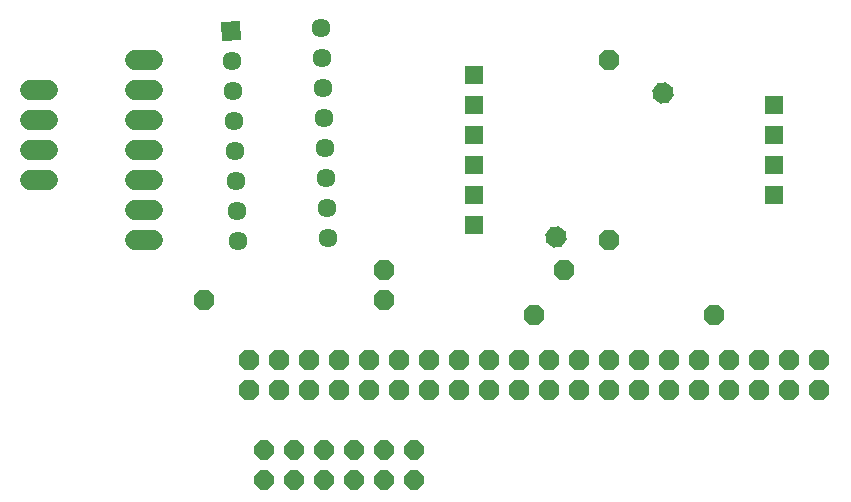
<source format=gbr>
G04 EAGLE Gerber RS-274X export*
G75*
%MOMM*%
%FSLAX34Y34*%
%LPD*%
%INSoldermask Bottom*%
%IPPOS*%
%AMOC8*
5,1,8,0,0,1.08239X$1,22.5*%
G01*
%ADD10C,1.727200*%
%ADD11P,1.759533X8X22.500000*%
%ADD12P,1.869504X8X202.500000*%
%ADD13P,1.869504X8X22.500000*%
%ADD14R,1.611200X1.611200*%
%ADD15R,1.611200X1.611200*%
%ADD16C,1.611200*%
%ADD17P,1.869504X8X75.700000*%
%ADD18P,1.869504X8X112.500000*%


D10*
X83820Y304800D02*
X68580Y304800D01*
X68580Y330200D02*
X83820Y330200D01*
X83820Y355600D02*
X68580Y355600D01*
X68580Y381000D02*
X83820Y381000D01*
X157480Y406400D02*
X172720Y406400D01*
X172720Y381000D02*
X157480Y381000D01*
X157480Y355600D02*
X172720Y355600D01*
X172720Y330200D02*
X157480Y330200D01*
X157480Y304800D02*
X172720Y304800D01*
X172720Y279400D02*
X157480Y279400D01*
X157480Y254000D02*
X172720Y254000D01*
D11*
X266700Y50800D03*
X266700Y76200D03*
X292100Y50800D03*
X292100Y76200D03*
X317500Y50800D03*
X317500Y76200D03*
X342900Y50800D03*
X342900Y76200D03*
X368300Y50800D03*
X368300Y76200D03*
X393700Y50800D03*
X393700Y76200D03*
D12*
X736600Y152400D03*
X736600Y127000D03*
X711200Y152400D03*
X711200Y127000D03*
X685800Y152400D03*
X685800Y127000D03*
X660400Y152400D03*
X660400Y127000D03*
X635000Y152400D03*
X635000Y127000D03*
X609600Y152400D03*
X609600Y127000D03*
X584200Y152400D03*
X584200Y127000D03*
X558800Y152400D03*
X558800Y127000D03*
X533400Y152400D03*
X533400Y127000D03*
X508000Y152400D03*
X508000Y127000D03*
X482600Y152400D03*
X482600Y127000D03*
X457200Y152400D03*
X457200Y127000D03*
X431800Y152400D03*
X431800Y127000D03*
X406400Y152400D03*
X406400Y127000D03*
X381000Y152400D03*
X381000Y127000D03*
X355600Y152400D03*
X355600Y127000D03*
X330200Y152400D03*
X330200Y127000D03*
X304800Y152400D03*
X304800Y127000D03*
X279400Y152400D03*
X279400Y127000D03*
X254000Y152400D03*
X254000Y127000D03*
D13*
X215900Y203200D03*
X368300Y203200D03*
D14*
X444500Y393700D03*
X444500Y368300D03*
X444500Y342900D03*
X444500Y317500D03*
X444500Y292100D03*
X444500Y266700D03*
X698500Y292100D03*
X698500Y317500D03*
X698500Y342900D03*
X698500Y368300D03*
D15*
G36*
X230728Y422254D02*
X230221Y438357D01*
X246324Y438864D01*
X246831Y422761D01*
X230728Y422254D01*
G37*
D16*
X239324Y405172D03*
X240122Y379784D03*
X240920Y354397D03*
X241718Y329010D03*
X242516Y303622D03*
X243313Y278235D03*
X244111Y252847D03*
X319476Y280628D03*
X318678Y306016D03*
X317880Y331403D03*
X317082Y356790D03*
X316284Y382178D03*
X315487Y407565D03*
X314689Y432953D03*
X320274Y255241D03*
D17*
X513154Y256484D03*
X604446Y378516D03*
D18*
X558800Y254000D03*
X558800Y406400D03*
D13*
X495300Y190500D03*
X647700Y190500D03*
D12*
X520700Y228600D03*
X368300Y228600D03*
M02*

</source>
